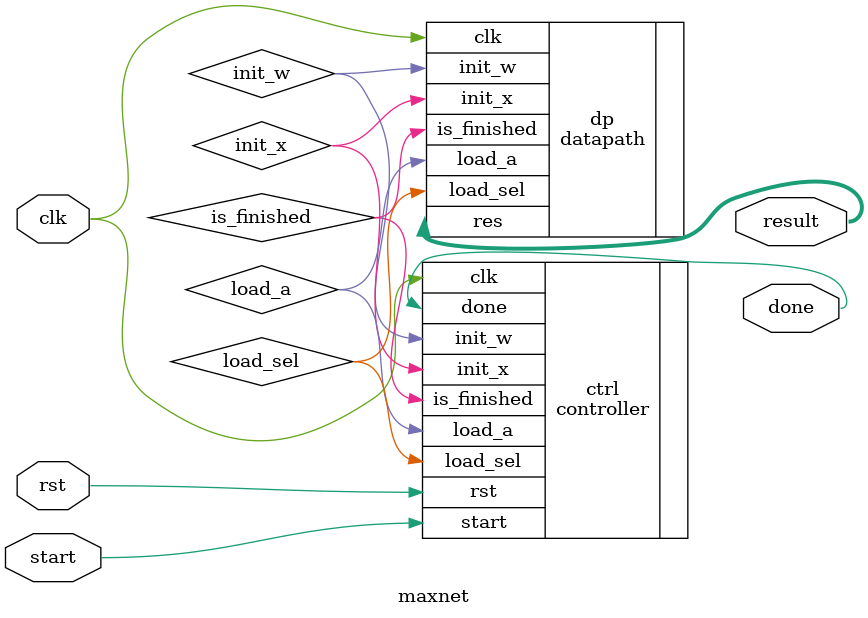
<source format=v>
`timescale 1ps/1ps

module maxnet(clk, start, rst, done, result);
    input clk, rst, start;
    output done;
    output [31:0] result;

    wire init_w, init_x, load_a, load_sel, is_finished;
    controller ctrl(.start(start), .rst(rst), .clk(clk), .is_finished(is_finished), .init_w(init_w), .init_x(init_x), .load_a(load_a), .load_sel(load_sel), .done(done));
    datapath dp(.clk(clk),.init_x(init_x),.init_w(init_w),.load_a(load_a), .load_sel(load_sel), .is_finished(is_finished),.res(result));

endmodule
</source>
